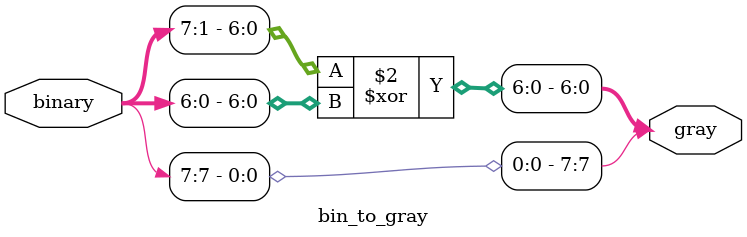
<source format=v>
module bin_to_gray #(parameter N = 8)                   //parameter declaration
               (
               binary                              ,//input
               gray                                 //output
               )                                   ;

//port declaration
input       [N-1:0] binary                         ;//input declaration
output reg  [N-1:0] gray                           ;//output declaration

/*implement binary to gray conversion*/
always @ (binary)
   begin
      gray[N-1  ] = binary[N-1  ]                  ;//first bit is same as binary code
      gray[N-2:0] = binary[N-1:1] ^ binary[N-2:0]  ;//xor the first bit with 2nd bit and so on
   end

endmodule

</source>
